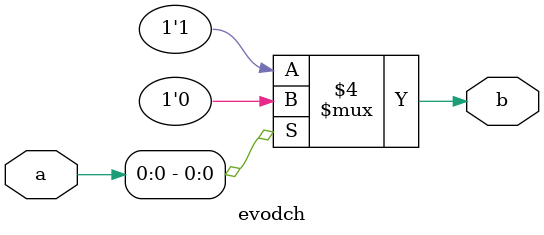
<source format=v>
`timescale 1ns / 1ps
module evodch(
input [7:0]a,
output reg b

    );
    always@(*)begin
    if(a[0]==1'b0)
    b=1;
    else begin
    b=0;
    end
    end
    
endmodule

</source>
